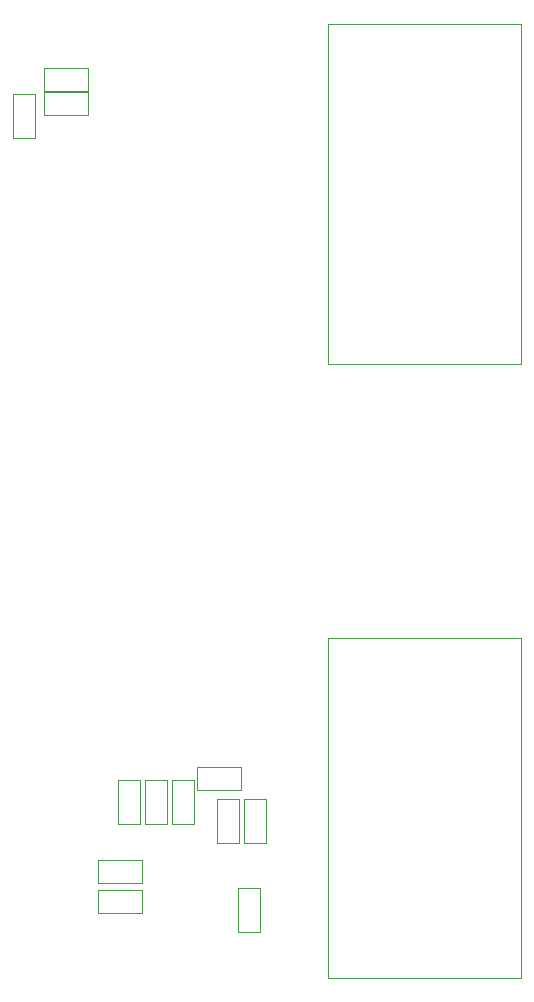
<source format=gbr>
G04 #@! TF.GenerationSoftware,KiCad,Pcbnew,(5.0.0-rc2-39-ga12b9db58)*
G04 #@! TF.CreationDate,2018-05-30T02:22:20-03:00*
G04 #@! TF.ProjectId,Mcc18,4D636331382E6B696361645F70636200,rev?*
G04 #@! TF.SameCoordinates,Original*
G04 #@! TF.FileFunction,Other,User*
%FSLAX46Y46*%
G04 Gerber Fmt 4.6, Leading zero omitted, Abs format (unit mm)*
G04 Created by KiCad (PCBNEW (5.0.0-rc2-39-ga12b9db58)) date Wed May 30 02:22:20 2018*
%MOMM*%
%LPD*%
G01*
G04 APERTURE LIST*
%ADD10C,0.050000*%
G04 APERTURE END LIST*
D10*
G04 #@! TO.C,Q1*
X179766000Y-102148000D02*
X179766000Y-130928000D01*
X179766000Y-130928000D02*
X163366000Y-130928000D01*
X163366000Y-130928000D02*
X163366000Y-102148000D01*
X163366000Y-102148000D02*
X179766000Y-102148000D01*
G04 #@! TO.C,D1*
X179766000Y-78954000D02*
X163366000Y-78954000D01*
X179766000Y-50174000D02*
X179766000Y-78954000D01*
X163366000Y-50174000D02*
X179766000Y-50174000D01*
X163366000Y-78954000D02*
X163366000Y-50174000D01*
G04 #@! TO.C,C4*
X147508000Y-114169500D02*
X145608000Y-114169500D01*
X145608000Y-114169500D02*
X145608000Y-117889500D01*
X145608000Y-117889500D02*
X147508000Y-117889500D01*
X147508000Y-117889500D02*
X147508000Y-114169500D01*
G04 #@! TO.C,L3*
X156038000Y-113096000D02*
X152318000Y-113096000D01*
X156038000Y-114996000D02*
X156038000Y-113096000D01*
X152318000Y-114996000D02*
X156038000Y-114996000D01*
X152318000Y-113096000D02*
X152318000Y-114996000D01*
G04 #@! TO.C,C5*
X149794000Y-117889500D02*
X149794000Y-114169500D01*
X147894000Y-117889500D02*
X149794000Y-117889500D01*
X147894000Y-114169500D02*
X147894000Y-117889500D01*
X149794000Y-114169500D02*
X147894000Y-114169500D01*
G04 #@! TO.C,C2*
X143887500Y-123510000D02*
X143887500Y-125410000D01*
X143887500Y-125410000D02*
X147607500Y-125410000D01*
X147607500Y-125410000D02*
X147607500Y-123510000D01*
X147607500Y-123510000D02*
X143887500Y-123510000D01*
G04 #@! TO.C,C10*
X155890000Y-119510500D02*
X155890000Y-115790500D01*
X153990000Y-119510500D02*
X155890000Y-119510500D01*
X153990000Y-115790500D02*
X153990000Y-119510500D01*
X155890000Y-115790500D02*
X153990000Y-115790500D01*
G04 #@! TO.C,C8*
X152080000Y-114169500D02*
X150180000Y-114169500D01*
X150180000Y-114169500D02*
X150180000Y-117889500D01*
X150180000Y-117889500D02*
X152080000Y-117889500D01*
X152080000Y-117889500D02*
X152080000Y-114169500D01*
G04 #@! TO.C,C9*
X158176000Y-119510500D02*
X158176000Y-115790500D01*
X156276000Y-119510500D02*
X158176000Y-119510500D01*
X156276000Y-115790500D02*
X156276000Y-119510500D01*
X158176000Y-115790500D02*
X156276000Y-115790500D01*
G04 #@! TO.C,C1*
X138618000Y-59820500D02*
X138618000Y-56100500D01*
X136718000Y-59820500D02*
X138618000Y-59820500D01*
X136718000Y-56100500D02*
X136718000Y-59820500D01*
X138618000Y-56100500D02*
X136718000Y-56100500D01*
G04 #@! TO.C,C3*
X147607500Y-120970000D02*
X143887500Y-120970000D01*
X147607500Y-122870000D02*
X147607500Y-120970000D01*
X143887500Y-122870000D02*
X147607500Y-122870000D01*
X143887500Y-120970000D02*
X143887500Y-122870000D01*
G04 #@! TO.C,R1*
X157668000Y-127082000D02*
X157668000Y-123362000D01*
X155768000Y-127082000D02*
X157668000Y-127082000D01*
X155768000Y-123362000D02*
X155768000Y-127082000D01*
X157668000Y-123362000D02*
X155768000Y-123362000D01*
G04 #@! TO.C,R105*
X143084000Y-53914000D02*
X139364000Y-53914000D01*
X143084000Y-55814000D02*
X143084000Y-53914000D01*
X139364000Y-55814000D02*
X143084000Y-55814000D01*
X139364000Y-53914000D02*
X139364000Y-55814000D01*
G04 #@! TO.C,R106*
X139364000Y-55946000D02*
X139364000Y-57846000D01*
X139364000Y-57846000D02*
X143084000Y-57846000D01*
X143084000Y-57846000D02*
X143084000Y-55946000D01*
X143084000Y-55946000D02*
X139364000Y-55946000D01*
G04 #@! TD*
M02*

</source>
